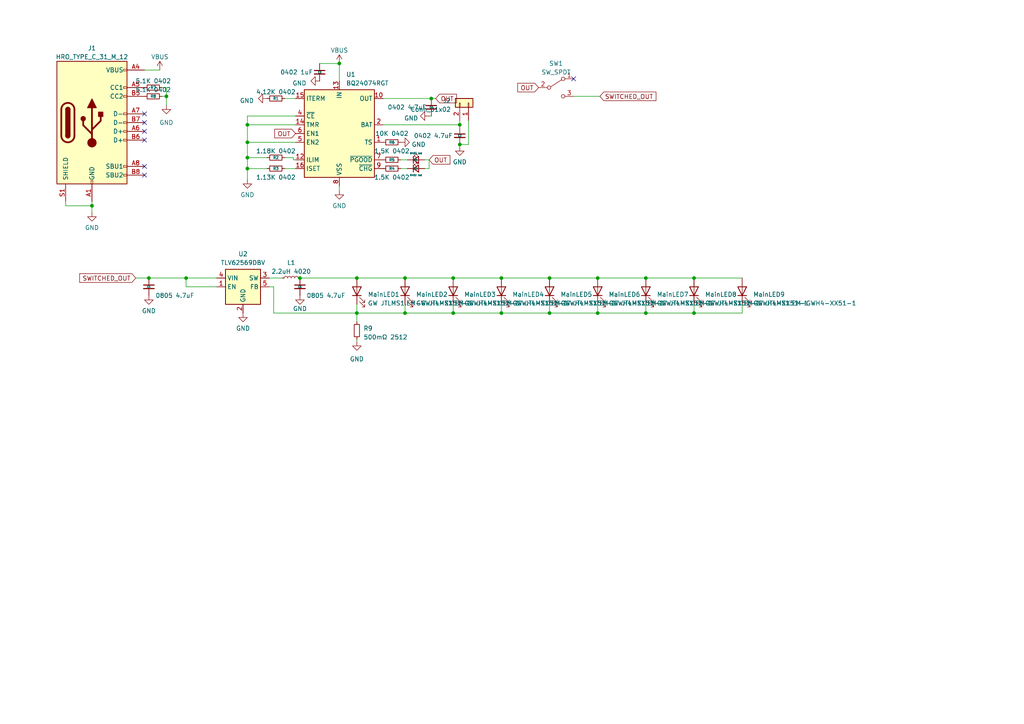
<source format=kicad_sch>
(kicad_sch (version 20230121) (generator eeschema)
  (paper "A4")
  (lib_symbols
    (symbol "Battery_Management:BQ24074RGT"
      (property "Reference" "U" (at -8.89 13.97 0))
      (property "Value" "BQ24074RGT" (at 16.51 13.97 0))
      (symbol "BQ24074RGT_0_1"
        (rectangle (start -10.16 12.7) (end 10.16 -12.7) (stroke (width 0.254)) (fill (type background)))
      )
      (symbol "BQ24074RGT_1_1"
        (pin passive line (at 12.7 -2.54 180) (length 2.54) (name "TS") (number "1"))
        (pin power_out line (at 12.7 10.16 180) (length 2.54) (name "OUT") (number "10"))
        (pin passive line (at 12.7 10.16 180) (length 2.54) hide (name "OUT") (number "11"))
        (pin passive line (at -12.7 -7.62 0) (length 2.54) (name "ILIM") (number "12"))
        (pin power_in line (at 0 15.24 270) (length 2.54) (name "IN") (number "13"))
        (pin input line (at -12.7 2.54 0) (length 2.54) (name "TMR") (number "14"))
        (pin input line (at -12.7 10.16 0) (length 2.54) (name "ITERM") (number "15"))
        (pin passive line (at -12.7 -10.16 0) (length 2.54) (name "ISET") (number "16"))
        (pin passive line (at 0 -15.24 90) (length 2.54) hide (name "VSS") (number "17"))
        (pin power_out line (at 12.7 2.54 180) (length 2.54) (name "BAT") (number "2"))
        (pin passive line (at 12.7 2.54 180) (length 2.54) hide (name "BAT") (number "3"))
        (pin input line (at -12.7 5.08 0) (length 2.54) (name "~{CE}") (number "4"))
        (pin input line (at -12.7 -2.54 0) (length 2.54) (name "EN2") (number "5"))
        (pin input line (at -12.7 0 0) (length 2.54) (name "EN1") (number "6"))
        (pin open_collector line (at 12.7 -7.62 180) (length 2.54) (name "~{PGOOD}") (number "7"))
        (pin power_in line (at 0 -15.24 90) (length 2.54) (name "VSS") (number "8"))
        (pin open_collector line (at 12.7 -10.16 180) (length 2.54) (name "~{CHG}") (number "9"))
      )
    )
    (symbol "Connector:USB_C_Receptacle_USB2.0" (pin_names (offset 1.016))
      (property "Reference" "J" (at -10.16 19.05 0))
      (property "Value" "USB_C_Receptacle_USB2.0" (at 19.05 19.05 0))
      (symbol "USB_C_Receptacle_USB2.0_0_0"
        (rectangle (start -0.254 -17.78) (end 0.254 -16.764))
        (rectangle (start 10.16 -14.986) (end 9.144 -15.494))
        (rectangle (start 10.16 -12.446) (end 9.144 -12.954))
        (rectangle (start 10.16 -4.826) (end 9.144 -5.334))
        (rectangle (start 10.16 -2.286) (end 9.144 -2.794))
        (rectangle (start 10.16 0.254) (end 9.144 -0.254))
        (rectangle (start 10.16 2.794) (end 9.144 2.286))
        (rectangle (start 10.16 7.874) (end 9.144 7.366))
        (rectangle (start 10.16 10.414) (end 9.144 9.906))
        (rectangle (start 10.16 15.494) (end 9.144 14.986))
      )
      (symbol "USB_C_Receptacle_USB2.0_0_1"
        (rectangle (start -10.16 17.78) (end 10.16 -17.78) (stroke (width 0.254)) (fill (type background)))
        (arc (start -8.89 -3.81) (mid -6.985 -5.7067) (end -5.08 -3.81) (stroke (width 0.508)))
        (arc (start -7.62 -3.81) (mid -6.985 -4.4423) (end -6.35 -3.81) (stroke (width 0.254)))
        (arc (start -7.62 -3.81) (mid -6.985 -4.4423) (end -6.35 -3.81) (stroke (width 0.254)) (fill (type outline)))
        (rectangle (start -7.62 -3.81) (end -6.35 3.81) (stroke (width 0.254)) (fill (type outline)))
        (arc (start -6.35 3.81) (mid -6.985 4.4423) (end -7.62 3.81) (stroke (width 0.254)))
        (arc (start -6.35 3.81) (mid -6.985 4.4423) (end -7.62 3.81) (stroke (width 0.254)) (fill (type outline)))
        (arc (start -5.08 3.81) (mid -6.985 5.7067) (end -8.89 3.81) (stroke (width 0.508)))
        (circle (center -2.54 1.143) (radius 0.635) (stroke (width 0.254)) (fill (type outline)))
        (circle (center 0 -5.842) (radius 1.27) (fill (type outline)))
        (polyline (pts (xy -8.89 -3.81) (xy -8.89 3.81)) (stroke (width 0.508)))
        (polyline (pts (xy -5.08 3.81) (xy -5.08 -3.81)) (stroke (width 0.508)))
        (polyline (pts (xy 0 -5.842) (xy 0 4.318)) (stroke (width 0.508)))
        (polyline (pts (xy 0 -3.302) (xy -2.54 -0.762) (xy -2.54 0.508)) (stroke (width 0.508)))
        (polyline (pts (xy 0 -2.032) (xy 2.54 0.508) (xy 2.54 1.778)) (stroke (width 0.508)))
        (polyline (pts (xy -1.27 4.318) (xy 0 6.858) (xy 1.27 4.318) (xy -1.27 4.318)) (stroke (width 0.254)) (fill (type outline)))
        (rectangle (start 1.905 1.778) (end 3.175 3.048) (stroke (width 0.254)) (fill (type outline)))
      )
      (symbol "USB_C_Receptacle_USB2.0_1_1"
        (pin passive line (at 0 -22.86 90) (length 5.08) (name "GND") (number "A1"))
        (pin passive line (at 0 -22.86 90) (length 5.08) hide (name "GND") (number "A12"))
        (pin passive line (at 15.24 15.24 180) (length 5.08) (name "VBUS") (number "A4"))
        (pin bidirectional line (at 15.24 10.16 180) (length 5.08) (name "CC1") (number "A5"))
        (pin bidirectional line (at 15.24 -2.54 180) (length 5.08) (name "D+") (number "A6"))
        (pin bidirectional line (at 15.24 2.54 180) (length 5.08) (name "D-") (number "A7"))
        (pin bidirectional line (at 15.24 -12.7 180) (length 5.08) (name "SBU1") (number "A8"))
        (pin passive line (at 15.24 15.24 180) (length 5.08) hide (name "VBUS") (number "A9"))
        (pin passive line (at 0 -22.86 90) (length 5.08) hide (name "GND") (number "B1"))
        (pin passive line (at 0 -22.86 90) (length 5.08) hide (name "GND") (number "B12"))
        (pin passive line (at 15.24 15.24 180) (length 5.08) hide (name "VBUS") (number "B4"))
        (pin bidirectional line (at 15.24 7.62 180) (length 5.08) (name "CC2") (number "B5"))
        (pin bidirectional line (at 15.24 -5.08 180) (length 5.08) (name "D+") (number "B6"))
        (pin bidirectional line (at 15.24 0 180) (length 5.08) (name "D-") (number "B7"))
        (pin bidirectional line (at 15.24 -15.24 180) (length 5.08) (name "SBU2") (number "B8"))
        (pin passive line (at 15.24 15.24 180) (length 5.08) hide (name "VBUS") (number "B9"))
        (pin passive line (at -7.62 -22.86 90) (length 5.08) (name "SHIELD") (number "S1"))
      )
    )
    (symbol "Connector_Generic:Conn_01x02" (pin_names (offset 1.016) hide)
      (property "Reference" "J" (at 0 2.54 0))
      (property "Value" "Conn_01x02" (at 0 -5.08 0))
      (symbol "Conn_01x02_1_1"
        (rectangle (start -1.27 -2.413) (end 0 -2.667) (stroke (width 0.1524)))
        (rectangle (start -1.27 0.127) (end 0 -0.127) (stroke (width 0.1524)))
        (rectangle (start -1.27 1.27) (end 1.27 -3.81) (stroke (width 0.254)) (fill (type background)))
        (pin passive line (at -5.08 0 0) (length 3.81) (name "Pin_1") (number "1"))
        (pin passive line (at -5.08 -2.54 0) (length 3.81) (name "Pin_2") (number "2"))
      )
    )
    (symbol "Device:C_Small" (pin_numbers hide) (pin_names (offset 0.254) hide)
      (property "Reference" "C" (at 0.254 1.778 0))
      (property "Value" "C_Small" (at 0.254 -2.032 0))
      (symbol "C_Small_0_1"
        (polyline (pts (xy -1.524 -0.508) (xy 1.524 -0.508)) (stroke (width 0.3302)))
        (polyline (pts (xy -1.524 0.508) (xy 1.524 0.508)) (stroke (width 0.3048)))
      )
      (symbol "C_Small_1_1"
        (pin passive line (at 0 2.54 270) (length 2.032) (name "~") (number "1"))
        (pin passive line (at 0 -2.54 90) (length 2.032) (name "~") (number "2"))
      )
    )
    (symbol "Device:LED" (pin_numbers hide) (pin_names (offset 1.016) hide)
      (property "Reference" "D" (at 0 2.54 0))
      (property "Value" "LED" (at 0 -2.54 0))
      (symbol "LED_0_1"
        (polyline (pts (xy -1.27 -1.27) (xy -1.27 1.27)) (stroke (width 0.254)))
        (polyline (pts (xy -1.27 0) (xy 1.27 0)))
        (polyline (pts (xy 1.27 -1.27) (xy 1.27 1.27) (xy -1.27 0) (xy 1.27 -1.27)) (stroke (width 0.254)))
        (polyline (pts (xy -3.048 -0.762) (xy -4.572 -2.286) (xy -3.81 -2.286) (xy -4.572 -2.286) (xy -4.572 -1.524)))
        (polyline (pts (xy -1.778 -0.762) (xy -3.302 -2.286) (xy -2.54 -2.286) (xy -3.302 -2.286) (xy -3.302 -1.524)))
      )
      (symbol "LED_1_1"
        (pin passive line (at -3.81 0 0) (length 2.54) (name "K") (number "1"))
        (pin passive line (at 3.81 0 180) (length 2.54) (name "A") (number "2"))
      )
    )
    (symbol "Device:LED_Small" (pin_numbers hide) (pin_names (offset 0.254) hide)
      (property "Reference" "D" (at -1.27 3.175 0))
      (property "Value" "LED_Small" (at -4.445 -2.54 0))
      (symbol "LED_Small_0_1"
        (polyline (pts (xy -0.762 -1.016) (xy -0.762 1.016)) (stroke (width 0.254)))
        (polyline (pts (xy 1.016 0) (xy -0.762 0)))
        (polyline (pts (xy 0.762 -1.016) (xy -0.762 0) (xy 0.762 1.016) (xy 0.762 -1.016)) (stroke (width 0.254)))
        (polyline (pts (xy 0 0.762) (xy -0.508 1.27) (xy -0.254 1.27) (xy -0.508 1.27) (xy -0.508 1.016)))
        (polyline (pts (xy 0.508 1.27) (xy 0 1.778) (xy 0.254 1.778) (xy 0 1.778) (xy 0 1.524)))
      )
      (symbol "LED_Small_1_1"
        (pin passive line (at -2.54 0 0) (length 1.778) (name "K") (number "1"))
        (pin passive line (at 2.54 0 180) (length 1.778) (name "A") (number "2"))
      )
    )
    (symbol "Device:L_Small" (pin_numbers hide) (pin_names (offset 0.254) hide)
      (property "Reference" "L" (at 0.762 1.016 0))
      (property "Value" "L_Small" (at 0.762 -1.016 0))
      (symbol "L_Small_0_1"
        (arc (start 0 -2.032) (mid 0.5058 -1.524) (end 0 -1.016))
        (arc (start 0 -1.016) (mid 0.5058 -0.508) (end 0 0))
        (arc (start 0 0) (mid 0.5058 0.508) (end 0 1.016))
        (arc (start 0 1.016) (mid 0.5058 1.524) (end 0 2.032))
      )
      (symbol "L_Small_1_1"
        (pin passive line (at 0 2.54 270) (length 0.508) (name "~") (number "1"))
        (pin passive line (at 0 -2.54 90) (length 0.508) (name "~") (number "2"))
      )
    )
    (symbol "Device:R_Small" (pin_numbers hide) (pin_names (offset 0.254) hide)
      (property "Reference" "R" (at 0.762 0.508 0))
      (property "Value" "R_Small" (at 0.762 -1.016 0))
      (symbol "R_Small_0_1"
        (rectangle (start -0.762 1.778) (end 0.762 -1.778) (stroke (width 0.2032)))
      )
      (symbol "R_Small_1_1"
        (pin passive line (at 0 2.54 270) (length 0.762) (name "~") (number "1"))
        (pin passive line (at 0 -2.54 90) (length 0.762) (name "~") (number "2"))
      )
    )
    (symbol "Regulator_Switching:TLV62569DBV"
      (property "Reference" "U" (at -5.08 6.35 0))
      (property "Value" "TLV62569DBV" (at 0 6.35 0))
      (symbol "TLV62569DBV_0_1"
        (rectangle (start -5.08 5.08) (end 5.08 -5.08) (stroke (width 0.254)) (fill (type background)))
      )
      (symbol "TLV62569DBV_1_1"
        (pin input line (at -7.62 0 0) (length 2.54) (name "EN") (number "1"))
        (pin power_in line (at 0 -7.62 90) (length 2.54) (name "GND") (number "2"))
        (pin power_out line (at 7.62 2.54 180) (length 2.54) (name "SW") (number "3"))
        (pin power_in line (at -7.62 2.54 0) (length 2.54) (name "VIN") (number "4"))
        (pin input line (at 7.62 0 180) (length 2.54) (name "FB") (number "5"))
      )
    )
    (symbol "Switch:SW_SPDT" (pin_names (offset 0) hide)
      (property "Reference" "SW" (at 0 4.318 0))
      (property "Value" "SW_SPDT" (at 0 -5.08 0))
      (symbol "SW_SPDT_0_0"
        (circle (center -2.032 0) (radius 0.508))
        (circle (center 2.032 -2.54) (radius 0.508))
      )
      (symbol "SW_SPDT_0_1"
        (polyline (pts (xy -1.524 0.254) (xy 1.651 2.286)))
        (circle (center 2.032 2.54) (radius 0.508))
      )
      (symbol "SW_SPDT_1_1"
        (pin passive line (at 5.08 2.54 180) (length 2.54) (name "A") (number "1"))
        (pin passive line (at -5.08 0 0) (length 2.54) (name "B") (number "2"))
        (pin passive line (at 5.08 -2.54 180) (length 2.54) (name "C") (number "3"))
      )
    )
    (symbol "power:GND" (power) (pin_names (offset 0))
      (property "Value" "GND" (at 0 -3.81 0))
      (symbol "GND_0_1"
        (polyline (pts (xy 0 0) (xy 0 -1.27) (xy 1.27 -1.27) (xy 0 -2.54) (xy -1.27 -1.27) (xy 0 -1.27)))
      )
      (symbol "GND_1_1"
        (pin power_in line (at 0 0 270) (length 0) hide (name "GND") (number "1"))
      )
    )
    (symbol "power:VBUS" (power) (pin_names (offset 0))
      (property "Value" "VBUS" (at 0 3.81 0))
      (symbol "VBUS_0_1"
        (polyline (pts (xy -0.762 1.27) (xy 0 2.54)))
        (polyline (pts (xy 0 0) (xy 0 2.54)))
        (polyline (pts (xy 0 2.54) (xy 0.762 1.27)))
      )
      (symbol "VBUS_1_1"
        (pin power_in line (at 0 0 90) (length 0) hide (name "VBUS") (number "1"))
      )
    )
  )
  (junction (at 71.755 48.895))
  (junction (at 103.505 80.645))
  (junction (at 48.26 27.94))
  (junction (at 98.425 18.415))
  (junction (at 43.18 80.645))
  (junction (at 187.325 90.805))
  (junction (at 159.385 90.805))
  (junction (at 201.295 90.805))
  (junction (at 187.325 80.645))
  (junction (at 53.975 80.645))
  (junction (at 71.755 36.195))
  (junction (at 86.995 80.645))
  (junction (at 159.385 80.645))
  (junction (at 117.475 80.645))
  (junction (at 131.445 90.805))
  (junction (at 103.505 90.805))
  (junction (at 133.35 36.195))
  (junction (at 131.445 80.645))
  (junction (at 173.355 80.645))
  (junction (at 145.415 90.805))
  (junction (at 201.295 80.645))
  (junction (at 145.415 80.645))
  (junction (at 133.35 41.91))
  (junction (at 26.67 59.69))
  (junction (at 71.755 45.72))
  (junction (at 71.755 41.275))
  (junction (at 125.095 28.575))
  (junction (at 173.355 90.805))
  (junction (at 117.475 90.805))
  (no_connect (at 41.91 48.26))
  (no_connect (at 166.37 22.86))
  (no_connect (at 41.91 40.64))
  (no_connect (at 41.91 50.8))
  (no_connect (at 41.91 33.02))
  (no_connect (at 41.91 35.56))
  (no_connect (at 41.91 38.1))
  (wire (pts (xy 103.505 80.645) (xy 117.475 80.645)))
  (wire (pts (xy 133.35 36.83) (xy 133.35 36.195)))
  (wire (pts (xy 145.415 90.805) (xy 159.385 90.805)))
  (wire (pts (xy 116.205 46.355) (xy 118.11 46.355)))
  (wire (pts (xy 79.375 83.185) (xy 79.375 90.805)))
  (wire (pts (xy 166.37 27.94) (xy 173.99 27.94)))
  (wire (pts (xy 103.505 90.805) (xy 117.475 90.805)))
  (wire (pts (xy 85.725 41.275) (xy 71.755 41.275)))
  (wire (pts (xy 145.415 88.265) (xy 145.415 90.805)))
  (wire (pts (xy 26.67 61.595) (xy 26.67 59.69)))
  (wire (pts (xy 71.755 45.72) (xy 77.47 45.72)))
  (wire (pts (xy 159.385 90.805) (xy 173.355 90.805)))
  (wire (pts (xy 46.355 20.32) (xy 41.91 20.32)))
  (wire (pts (xy 124.46 48.895) (xy 124.46 46.355)))
  (wire (pts (xy 82.55 48.895) (xy 85.725 48.895)))
  (wire (pts (xy 159.385 90.805) (xy 159.385 88.265)))
  (wire (pts (xy 201.295 90.805) (xy 215.265 90.805)))
  (wire (pts (xy 78.105 83.185) (xy 79.375 83.185)))
  (wire (pts (xy 85.725 33.655) (xy 71.755 33.655)))
  (wire (pts (xy 131.445 80.645) (xy 145.415 80.645)))
  (wire (pts (xy 117.475 80.645) (xy 131.445 80.645)))
  (wire (pts (xy 215.265 90.805) (xy 215.265 88.265)))
  (wire (pts (xy 85.09 46.355) (xy 85.725 46.355)))
  (wire (pts (xy 71.755 33.655) (xy 71.755 36.195)))
  (wire (pts (xy 85.09 45.72) (xy 85.09 46.355)))
  (wire (pts (xy 82.55 28.575) (xy 85.725 28.575)))
  (wire (pts (xy 39.37 80.645) (xy 43.18 80.645)))
  (wire (pts (xy 48.26 25.4) (xy 46.99 25.4)))
  (wire (pts (xy 48.26 27.94) (xy 46.99 27.94)))
  (wire (pts (xy 133.35 42.545) (xy 133.35 41.91)))
  (wire (pts (xy 98.425 23.495) (xy 98.425 18.415)))
  (wire (pts (xy 71.755 52.07) (xy 71.755 48.895)))
  (wire (pts (xy 86.995 80.645) (xy 103.505 80.645)))
  (wire (pts (xy 19.05 59.69) (xy 19.05 58.42)))
  (wire (pts (xy 145.415 80.645) (xy 159.385 80.645)))
  (wire (pts (xy 117.475 90.805) (xy 117.475 88.265)))
  (wire (pts (xy 173.355 80.645) (xy 187.325 80.645)))
  (wire (pts (xy 79.375 90.805) (xy 103.505 90.805)))
  (wire (pts (xy 103.505 99.06) (xy 103.505 98.425)))
  (wire (pts (xy 131.445 90.805) (xy 131.445 88.265)))
  (wire (pts (xy 187.325 90.805) (xy 201.295 90.805)))
  (wire (pts (xy 98.425 55.245) (xy 98.425 53.975)))
  (wire (pts (xy 62.865 83.185) (xy 53.975 83.185)))
  (wire (pts (xy 103.505 90.805) (xy 103.505 93.345)))
  (wire (pts (xy 111.125 28.575) (xy 125.095 28.575)))
  (wire (pts (xy 53.975 83.185) (xy 53.975 80.645)))
  (wire (pts (xy 173.355 90.805) (xy 173.355 88.265)))
  (wire (pts (xy 123.19 48.895) (xy 124.46 48.895)))
  (wire (pts (xy 133.35 34.925) (xy 133.35 36.195)))
  (wire (pts (xy 71.755 48.895) (xy 71.755 45.72)))
  (wire (pts (xy 71.755 48.895) (xy 77.47 48.895)))
  (wire (pts (xy 81.915 80.645) (xy 78.105 80.645)))
  (wire (pts (xy 53.975 80.645) (xy 62.865 80.645)))
  (wire (pts (xy 103.505 88.265) (xy 103.505 90.805)))
  (wire (pts (xy 201.295 90.805) (xy 201.295 88.265)))
  (wire (pts (xy 82.55 45.72) (xy 85.09 45.72)))
  (wire (pts (xy 124.46 33.655) (xy 125.095 33.655)))
  (wire (pts (xy 85.725 36.195) (xy 71.755 36.195)))
  (wire (pts (xy 117.475 90.805) (xy 131.445 90.805)))
  (wire (pts (xy 159.385 80.645) (xy 173.355 80.645)))
  (wire (pts (xy 53.975 80.645) (xy 43.18 80.645)))
  (wire (pts (xy 111.125 36.195) (xy 133.35 36.195)))
  (wire (pts (xy 123.19 46.355) (xy 124.46 46.355)))
  (wire (pts (xy 131.445 90.805) (xy 145.415 90.805)))
  (wire (pts (xy 133.35 41.91) (xy 135.89 41.91)))
  (wire (pts (xy 71.755 41.275) (xy 71.755 45.72)))
  (wire (pts (xy 201.295 80.645) (xy 215.265 80.645)))
  (wire (pts (xy 173.355 90.805) (xy 187.325 90.805)))
  (wire (pts (xy 125.095 28.575) (xy 126.365 28.575)))
  (wire (pts (xy 98.425 18.415) (xy 92.71 18.415)))
  (wire (pts (xy 26.67 59.69) (xy 19.05 59.69)))
  (wire (pts (xy 48.26 25.4) (xy 48.26 27.94)))
  (wire (pts (xy 71.755 36.195) (xy 71.755 41.275)))
  (wire (pts (xy 187.325 80.645) (xy 201.295 80.645)))
  (wire (pts (xy 48.26 27.94) (xy 48.26 30.48)))
  (wire (pts (xy 26.67 59.69) (xy 26.67 58.42)))
  (wire (pts (xy 187.325 88.265) (xy 187.325 90.805)))
  (wire (pts (xy 135.89 34.925) (xy 135.89 41.91)))
  (wire (pts (xy 116.205 48.895) (xy 118.11 48.895)))
  (global_label "SWITCHED_OUT" (shape input) (at 173.99 27.94 0) (property "Intersheetrefs" "${INTERSHEET_REFS}" (effects hide)))
  (global_label "OUT" (shape input) (at 85.725 38.735 180) (property "Intersheetrefs" "${INTERSHEET_REFS}" (effects hide)))
  (global_label "OUT" (shape input) (at 156.21 25.4 180) (property "Intersheetrefs" "${INTERSHEET_REFS}" (effects hide)))
  (global_label "SWITCHED_OUT" (shape input) (at 39.37 80.645 180) (property "Intersheetrefs" "${INTERSHEET_REFS}" (effects hide)))
  (global_label "OUT" (shape input) (at 126.365 28.575 0) (property "Intersheetrefs" "${INTERSHEET_REFS}" (effects hide)))
  (global_label "OUT" (shape input) (at 124.46 46.355 0) (property "Intersheetrefs" "${INTERSHEET_REFS}" (effects hide)))
  (symbol (lib_id "Device:LED") (at 215.265 84.455 90) (unit 1)
    (property "Reference" "MainLED9" (at 218.44 85.4075 90) (effects (justify right)))
    (property "Value" "GW JTLMS1.EM-GWH4-XX51-1" (at 218.44 87.9475 90) (effects (justify right)))
    (property "Footprint" "LED_SMD:LED_PLCC_2835" (effects hide))
  )
  (symbol (lib_id "Device:LED") (at 159.385 84.455 90) (unit 1)
    (property "Reference" "MainLED5" (at 162.56 85.4075 90) (effects (justify right)))
    (property "Value" "GW JTLMS1.EM-GWH4-XX51-1" (at 162.56 87.9475 90) (effects (justify right)))
    (property "Footprint" "LED_SMD:LED_PLCC_2835" (effects hide))
  )
  (symbol (lib_id "Device:LED") (at 145.415 84.455 90) (unit 1)
    (property "Reference" "MainLED4" (at 148.59 85.4075 90) (effects (justify right)))
    (property "Value" "GW JTLMS1.EM-GWH4-XX51-1" (at 148.59 87.9475 90) (effects (justify right)))
    (property "Footprint" "LED_SMD:LED_PLCC_2835" (effects hide))
  )
  (symbol (lib_id "Device:LED") (at 131.445 84.455 90) (unit 1)
    (property "Reference" "MainLED3" (at 134.62 85.4075 90) (effects (justify right)))
    (property "Value" "GW JTLMS1.EM-GWH4-XX51-1" (at 134.62 87.9475 90) (effects (justify right)))
    (property "Footprint" "LED_SMD:LED_PLCC_2835" (effects hide))
  )
  (symbol (lib_id "Device:C_Small") (at 125.095 31.115 0) (unit 1)
    (property "Reference" "C1" (at 125.095 31.115 0) (effects (font (size 0.5 0.5))))
    (property "Value" "0402 4.7uF" (at 112.395 31.115 0) (effects (justify left)))
    (property "Footprint" "Capacitor_SMD:C_0402_1005Metric" (effects hide))
  )
  (symbol (lib_id "power:GND") (at 26.67 61.595 0) (unit 1)
    (property "Reference" "#PWR08" (effects hide))
    (property "Value" "GND" (at 26.67 66.04 0))
  )
  (symbol (lib_id "Device:R_Small") (at 113.665 48.895 90) (unit 1)
    (property "Reference" "R4" (at 113.665 48.895 90) (effects (font (size 0.8 0.8))))
    (property "Value" "1.5K 0402" (at 113.665 51.435 90))
    (property "Footprint" "Resistor_SMD:R_0402_1005Metric" (effects hide))
  )
  (symbol (lib_id "Device:R_Small") (at 44.45 27.94 90) (unit 1)
    (property "Reference" "R8" (at 44.45 27.94 90) (effects (font (size 0.8 0.8))))
    (property "Value" "5.1K 0402" (at 44.45 26.035 90))
    (property "Footprint" "Resistor_SMD:R_0402_1005Metric" (effects hide))
  )
  (symbol (lib_id "power:GND") (at 98.425 55.245 0) (unit 1)
    (property "Reference" "#PWR02" (effects hide))
    (property "Value" "GND" (at 98.425 59.69 0))
  )
  (symbol (lib_id "Connector:USB_C_Receptacle_USB2.0") (at 26.67 35.56 0) (unit 1)
    (property "Reference" "J1" (at 26.67 13.97 0))
    (property "Value" "HRO_TYPE_C_31_M_12" (at 26.67 16.51 0))
    (property "Footprint" "Connector_USB:USB_C_Receptacle_HRO_TYPE-C-31-M-12" (effects hide))
    (property "Datasheet" "https://www.usb.org/sites/default/files/documents/usb_type-c.zip" (effects hide))
  )
  (symbol (lib_id "power:GND") (at 71.755 52.07 0) (unit 1)
    (property "Reference" "#PWR03" (effects hide))
    (property "Value" "GND" (at 71.755 56.515 0))
  )
  (symbol (lib_id "Device:R_Small") (at 113.665 46.355 90) (unit 1)
    (property "Reference" "R5" (at 113.665 46.355 90) (effects (font (size 0.8 0.8))))
    (property "Value" "1.5K 0402" (at 113.665 43.815 90))
    (property "Footprint" "Resistor_SMD:R_0402_1005Metric" (effects hide))
  )
  (symbol (lib_id "Regulator_Switching:TLV62569DBV") (at 70.485 83.185 0) (unit 1)
    (property "Reference" "U2" (at 70.485 73.66 0))
    (property "Value" "TLV62569DBV" (at 70.485 76.2 0))
    (property "Footprint" "Package_TO_SOT_SMD:SOT-23-5" (effects hide))
    (property "Datasheet" "http://www.ti.com/lit/ds/symlink/tlv62569.pdf" (effects hide))
  )
  (symbol (lib_id "Device:R_Small") (at 103.505 95.885 0) (unit 1)
    (property "Reference" "R9" (at 105.41 95.25 0) (effects (justify left)))
    (property "Value" "500mΩ 2512" (at 105.41 97.79 0) (effects (justify left)))
    (property "Footprint" "Resistor_SMD:R_2512_6332Metric" (effects hide))
  )
  (symbol (lib_id "Device:LED") (at 201.295 84.455 90) (unit 1)
    (property "Reference" "MainLED8" (at 204.47 85.4075 90) (effects (justify right)))
    (property "Value" "GW JTLMS1.EM-GWH4-XX51-1" (at 204.47 87.9475 90) (effects (justify right)))
    (property "Footprint" "LED_SMD:LED_PLCC_2835" (effects hide))
  )
  (symbol (lib_id "Device:C_Small") (at 133.35 39.37 0) (unit 1)
    (property "Reference" "C2" (at 133.35 39.37 0) (effects (font (size 0.5 0.5))))
    (property "Value" "0402 4.7uF" (at 120.015 39.37 0) (effects (justify left)))
    (property "Footprint" "Capacitor_SMD:C_0402_1005Metric" (effects hide))
  )
  (symbol (lib_id "power:VBUS") (at 98.425 18.415 0) (unit 1)
    (property "Reference" "#PWR011" (effects hide))
    (property "Value" "VBUS" (at 98.425 14.605 0))
  )
  (symbol (lib_id "Connector_Generic:Conn_01x02") (at 135.89 29.845 270) (mirror x) (unit 1)
    (property "Reference" "J2" (at 130.81 29.21 90) (effects (justify right)))
    (property "Value" "Conn_01x02" (at 130.81 31.75 90) (effects (justify right)))
    (property "Footprint" "Connector_JST:JST_PH_B2B-PH-K_1x02_P2.00mm_Vertical" (effects hide))
  )
  (symbol (lib_id "power:GND") (at 124.46 33.655 270) (unit 1)
    (property "Reference" "#PWR05" (effects hide))
    (property "Value" "GND" (at 121.285 34.29 90) (effects (justify right)))
  )
  (symbol (lib_id "Device:R_Small") (at 80.01 48.895 90) (unit 1)
    (property "Reference" "R3" (at 80.01 48.895 90) (effects (font (size 0.8 0.8))))
    (property "Value" "1.13K 0402" (at 80.01 51.435 90))
    (property "Footprint" "Resistor_SMD:R_0402_1005Metric" (effects hide))
  )
  (symbol (lib_id "Device:R_Small") (at 113.665 41.275 90) (unit 1)
    (property "Reference" "R6" (at 113.665 41.275 90) (effects (font (size 0.8 0.8))))
    (property "Value" "10K 0402" (at 113.665 38.735 90))
    (property "Footprint" "Resistor_SMD:R_0402_1005Metric" (effects hide))
  )
  (symbol (lib_id "Device:C_Small") (at 86.995 83.185 0) (unit 1)
    (property "Reference" "C5" (at 86.995 83.185 0) (effects (font (size 0.5 0.5))))
    (property "Value" "0805 4.7uF" (at 88.9 85.725 0) (effects (justify left)))
    (property "Footprint" "Capacitor_SMD:C_0805_2012Metric" (effects hide))
  )
  (symbol (lib_id "Device:LED") (at 117.475 84.455 90) (unit 1)
    (property "Reference" "MainLED2" (at 120.65 85.4075 90) (effects (justify right)))
    (property "Value" "GW JTLMS1.EM-GWH4-XX51-1" (at 120.65 87.9475 90) (effects (justify right)))
    (property "Footprint" "LED_SMD:LED_PLCC_2835" (effects hide))
  )
  (symbol (lib_id "power:VBUS") (at 46.355 20.32 0) (unit 1)
    (property "Reference" "#PWR09" (effects hide))
    (property "Value" "VBUS" (at 46.355 16.51 0))
  )
  (symbol (lib_id "power:GND") (at 77.47 28.575 270) (unit 1)
    (property "Reference" "#PWR01" (effects hide))
    (property "Value" "GND" (at 73.66 29.21 90) (effects (justify right)))
  )
  (symbol (lib_id "power:GND") (at 48.26 30.48 0) (unit 1)
    (property "Reference" "#PWR010" (effects hide))
    (property "Value" "GND" (at 48.26 35.56 0))
  )
  (symbol (lib_id "power:GND") (at 116.205 41.275 90) (unit 1)
    (property "Reference" "#PWR04" (effects hide))
    (property "Value" "GND" (at 119.38 41.91 90) (effects (justify right)))
  )
  (symbol (lib_id "power:GND") (at 43.18 85.725 0) (unit 1)
    (property "Reference" "#PWR019" (effects hide))
    (property "Value" "GND" (at 43.18 90.17 0))
  )
  (symbol (lib_id "power:GND") (at 103.505 99.06 0) (unit 1)
    (property "Reference" "#PWR012" (effects hide))
    (property "Value" "GND" (at 103.505 104.14 0))
  )
  (symbol (lib_id "Device:LED") (at 103.505 84.455 90) (unit 1)
    (property "Reference" "MainLED1" (at 106.68 85.4075 90) (effects (justify right)))
    (property "Value" "GW JTLMS1.EM-GWH4-XX51-1" (at 106.68 87.9475 90) (effects (justify right)))
    (property "Footprint" "LED_SMD:LED_PLCC_2835" (effects hide))
  )
  (symbol (lib_id "Device:R_Small") (at 80.01 28.575 90) (unit 1)
    (property "Reference" "R1" (at 80.01 28.575 90) (effects (font (size 0.8 0.8))))
    (property "Value" "4.12K 0402" (at 80.01 26.67 90))
    (property "Footprint" "Resistor_SMD:R_0402_1005Metric" (effects hide))
  )
  (symbol (lib_id "power:GND") (at 92.71 23.495 270) (unit 1)
    (property "Reference" "#PWR07" (effects hide))
    (property "Value" "GND" (at 88.9 24.13 90) (effects (justify right)))
  )
  (symbol (lib_id "Device:LED") (at 187.325 84.455 90) (unit 1)
    (property "Reference" "MainLED7" (at 190.5 85.4075 90) (effects (justify right)))
    (property "Value" "GW JTLMS1.EM-GWH4-XX51-1" (at 190.5 87.9475 90) (effects (justify right)))
    (property "Footprint" "LED_SMD:LED_PLCC_2835" (effects hide))
  )
  (symbol (lib_id "Switch:SW_SPDT") (at 161.29 25.4 0) (unit 1)
    (property "Reference" "SW1" (at 161.29 18.415 0))
    (property "Value" "SW_SPDT" (at 161.29 20.955 0))
    (property "Footprint" "Button_Switch_SMD:SW_SPDT_PCM12" (effects hide))
  )
  (symbol (lib_id "Device:L_Small") (at 84.455 80.645 90) (unit 1)
    (property "Reference" "L1" (at 84.455 76.2 90))
    (property "Value" "2.2uH 4020" (at 84.455 78.74 90))
    (property "Footprint" "Inductor_SMD_Wurth:L_Wurth_WE-LQSH-4020" (effects hide))
  )
  (symbol (lib_id "power:GND") (at 86.995 85.725 0) (unit 1)
    (property "Reference" "#PWR020" (effects hide))
    (property "Value" "GND" (at 86.995 89.535 0))
  )
  (symbol (lib_id "Device:C_Small") (at 43.18 83.185 0) (unit 1)
    (property "Reference" "C4" (at 43.18 83.185 0) (effects (font (size 0.5 0.5))))
    (property "Value" "0805 4.7uF" (at 45.085 85.725 0) (effects (justify left)))
    (property "Footprint" "Capacitor_SMD:C_0805_2012Metric" (effects hide))
  )
  (symbol (lib_id "Device:C_Small") (at 92.71 20.955 0) (unit 1)
    (property "Reference" "C3" (at 92.71 20.955 0) (effects (font (size 0.5 0.5))))
    (property "Value" "0402 1uF" (at 81.28 20.955 0) (effects (justify left)))
    (property "Footprint" "Capacitor_SMD:C_0402_1005Metric" (effects hide))
  )
  (symbol (lib_id "Device:LED") (at 173.355 84.455 90) (unit 1)
    (property "Reference" "MainLED6" (at 176.53 85.4075 90) (effects (justify right)))
    (property "Value" "GW JTLMS1.EM-GWH4-XX51-1" (at 176.53 87.9475 90) (effects (justify right)))
    (property "Footprint" "LED_SMD:LED_PLCC_2835" (effects hide))
  )
  (symbol (lib_id "Device:LED_Small") (at 120.65 48.895 0) (unit 1)
    (property "Reference" "D2" (at 120.65 48.895 0) (effects (font (size 0.5 0.5))))
    (property "Value" "0402 led" (at 120.65 50.8 0) (effects (font (size 0.5 0.5))))
    (property "Footprint" "LED_SMD:LED_0402_1005Metric" (effects hide))
  )
  (symbol (lib_id "power:GND") (at 70.485 90.805 0) (unit 1)
    (property "Reference" "#PWR018" (effects hide))
    (property "Value" "GND" (at 70.485 95.25 0))
  )
  (symbol (lib_id "Device:R_Small") (at 44.45 25.4 90) (unit 1)
    (property "Reference" "R7" (at 44.45 25.4 90) (effects (font (size 0.8 0.8))))
    (property "Value" "5.1K 0402" (at 44.45 23.495 90))
    (property "Footprint" "Resistor_SMD:R_0402_1005Metric" (effects hide))
  )
  (symbol (lib_id "power:GND") (at 133.35 42.545 0) (unit 1)
    (property "Reference" "#PWR06" (effects hide))
    (property "Value" "GND" (at 133.35 46.99 0))
  )
  (symbol (lib_id "Battery_Management:BQ24074RGT") (at 98.425 38.735 0) (unit 1)
    (property "Reference" "U1" (at 100.3809 21.59 0) (effects (justify left)))
    (property "Value" "BQ24074RGT" (at 100.3809 24.13 0) (effects (justify left)))
    (property "Footprint" "Package_DFN_QFN:VQFN-16-1EP_3x3mm_P0.5mm_EP1.6x1.6mm" (effects hide))
    (property "Datasheet" "http://www.ti.com/lit/ds/symlink/bq24074.pdf" (effects hide))
  )
  (symbol (lib_id "Device:R_Small") (at 80.01 45.72 90) (unit 1)
    (property "Reference" "R2" (at 80.01 45.72 90) (effects (font (size 0.8 0.8))))
    (property "Value" "1.18K 0402" (at 80.01 43.815 90))
    (property "Footprint" "Resistor_SMD:R_0402_1005Metric" (effects hide))
  )
  (symbol (lib_id "Device:LED_Small") (at 120.65 46.355 0) (unit 1)
    (property "Reference" "D1" (at 120.65 46.355 0) (effects (font (size 0.5 0.5))))
    (property "Value" "0402 led" (at 120.65 44.45 0) (effects (font (size 0.5 0.5))))
    (property "Footprint" "LED_SMD:LED_0402_1005Metric" (effects hide))
  )
)
</source>
